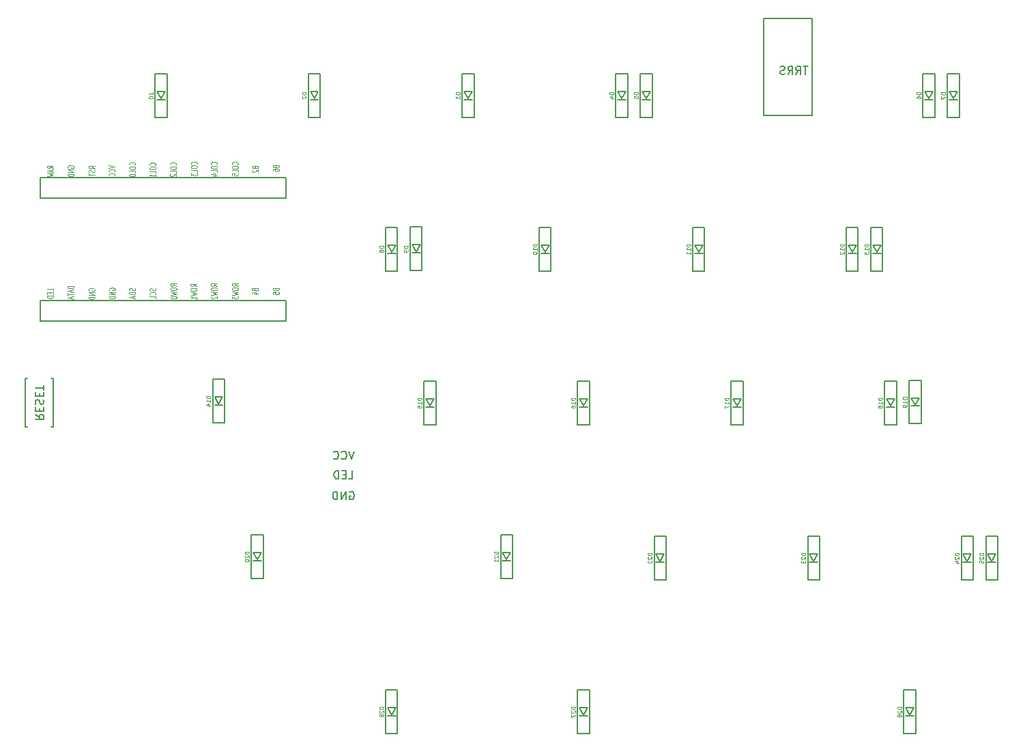
<source format=gbo>
G04 #@! TF.GenerationSoftware,KiCad,Pcbnew,(5.1.5-0-10_14)*
G04 #@! TF.CreationDate,2020-07-25T11:58:14+09:00*
G04 #@! TF.ProjectId,iroha60-left,69726f68-6136-4302-9d6c-6566742e6b69,rev?*
G04 #@! TF.SameCoordinates,Original*
G04 #@! TF.FileFunction,Legend,Bot*
G04 #@! TF.FilePolarity,Positive*
%FSLAX46Y46*%
G04 Gerber Fmt 4.6, Leading zero omitted, Abs format (unit mm)*
G04 Created by KiCad (PCBNEW (5.1.5-0-10_14)) date 2020-07-25 11:58:14*
%MOMM*%
%LPD*%
G04 APERTURE LIST*
%ADD10C,0.150000*%
%ADD11C,0.125000*%
G04 APERTURE END LIST*
D10*
X37960000Y-25240000D02*
X36460000Y-25240000D01*
X37960000Y-30640000D02*
X37960000Y-25240000D01*
X36460000Y-30640000D02*
X37960000Y-30640000D01*
X36460000Y-25240000D02*
X36460000Y-30640000D01*
X36710000Y-28440000D02*
X37710000Y-28440000D01*
X37710000Y-27440000D02*
X37210000Y-28340000D01*
X36710000Y-27440000D02*
X37710000Y-27440000D01*
X37210000Y-28340000D02*
X36710000Y-27440000D01*
X56960000Y-25240000D02*
X55460000Y-25240000D01*
X56960000Y-30640000D02*
X56960000Y-25240000D01*
X55460000Y-30640000D02*
X56960000Y-30640000D01*
X55460000Y-25240000D02*
X55460000Y-30640000D01*
X55710000Y-28440000D02*
X56710000Y-28440000D01*
X56710000Y-27440000D02*
X56210000Y-28340000D01*
X55710000Y-27440000D02*
X56710000Y-27440000D01*
X56210000Y-28340000D02*
X55710000Y-27440000D01*
X76060000Y-25240000D02*
X74560000Y-25240000D01*
X76060000Y-30640000D02*
X76060000Y-25240000D01*
X74560000Y-30640000D02*
X76060000Y-30640000D01*
X74560000Y-25240000D02*
X74560000Y-30640000D01*
X74810000Y-28440000D02*
X75810000Y-28440000D01*
X75810000Y-27440000D02*
X75310000Y-28340000D01*
X74810000Y-27440000D02*
X75810000Y-27440000D01*
X75310000Y-28340000D02*
X74810000Y-27440000D01*
X95110000Y-25240000D02*
X93610000Y-25240000D01*
X95110000Y-30640000D02*
X95110000Y-25240000D01*
X93610000Y-30640000D02*
X95110000Y-30640000D01*
X93610000Y-25240000D02*
X93610000Y-30640000D01*
X93860000Y-28440000D02*
X94860000Y-28440000D01*
X94860000Y-27440000D02*
X94360000Y-28340000D01*
X93860000Y-27440000D02*
X94860000Y-27440000D01*
X94360000Y-28340000D02*
X93860000Y-27440000D01*
X98160000Y-25240000D02*
X96660000Y-25240000D01*
X98160000Y-30640000D02*
X98160000Y-25240000D01*
X96660000Y-30640000D02*
X98160000Y-30640000D01*
X96660000Y-25240000D02*
X96660000Y-30640000D01*
X96910000Y-28440000D02*
X97910000Y-28440000D01*
X97910000Y-27440000D02*
X97410000Y-28340000D01*
X96910000Y-27440000D02*
X97910000Y-27440000D01*
X97410000Y-28340000D02*
X96910000Y-27440000D01*
X133210000Y-25240000D02*
X131710000Y-25240000D01*
X133210000Y-30640000D02*
X133210000Y-25240000D01*
X131710000Y-30640000D02*
X133210000Y-30640000D01*
X131710000Y-25240000D02*
X131710000Y-30640000D01*
X131960000Y-28440000D02*
X132960000Y-28440000D01*
X132960000Y-27440000D02*
X132460000Y-28340000D01*
X131960000Y-27440000D02*
X132960000Y-27440000D01*
X132460000Y-28340000D02*
X131960000Y-27440000D01*
X136260000Y-25240000D02*
X134760000Y-25240000D01*
X136260000Y-30640000D02*
X136260000Y-25240000D01*
X134760000Y-30640000D02*
X136260000Y-30640000D01*
X134760000Y-25240000D02*
X134760000Y-30640000D01*
X135010000Y-28440000D02*
X136010000Y-28440000D01*
X136010000Y-27440000D02*
X135510000Y-28340000D01*
X135010000Y-27440000D02*
X136010000Y-27440000D01*
X135510000Y-28340000D02*
X135010000Y-27440000D01*
X65785000Y-47390000D02*
X65285000Y-46490000D01*
X65285000Y-46490000D02*
X66285000Y-46490000D01*
X66285000Y-46490000D02*
X65785000Y-47390000D01*
X65285000Y-47490000D02*
X66285000Y-47490000D01*
X65035000Y-44290000D02*
X65035000Y-49690000D01*
X65035000Y-49690000D02*
X66535000Y-49690000D01*
X66535000Y-49690000D02*
X66535000Y-44290000D01*
X66535000Y-44290000D02*
X65035000Y-44290000D01*
X68835000Y-47340000D02*
X68335000Y-46440000D01*
X68335000Y-46440000D02*
X69335000Y-46440000D01*
X69335000Y-46440000D02*
X68835000Y-47340000D01*
X68335000Y-47440000D02*
X69335000Y-47440000D01*
X68085000Y-44240000D02*
X68085000Y-49640000D01*
X68085000Y-49640000D02*
X69585000Y-49640000D01*
X69585000Y-49640000D02*
X69585000Y-44240000D01*
X69585000Y-44240000D02*
X68085000Y-44240000D01*
X84835000Y-47390000D02*
X84335000Y-46490000D01*
X84335000Y-46490000D02*
X85335000Y-46490000D01*
X85335000Y-46490000D02*
X84835000Y-47390000D01*
X84335000Y-47490000D02*
X85335000Y-47490000D01*
X84085000Y-44290000D02*
X84085000Y-49690000D01*
X84085000Y-49690000D02*
X85585000Y-49690000D01*
X85585000Y-49690000D02*
X85585000Y-44290000D01*
X85585000Y-44290000D02*
X84085000Y-44290000D01*
X103885000Y-47390000D02*
X103385000Y-46490000D01*
X103385000Y-46490000D02*
X104385000Y-46490000D01*
X104385000Y-46490000D02*
X103885000Y-47390000D01*
X103385000Y-47490000D02*
X104385000Y-47490000D01*
X103135000Y-44290000D02*
X103135000Y-49690000D01*
X103135000Y-49690000D02*
X104635000Y-49690000D01*
X104635000Y-49690000D02*
X104635000Y-44290000D01*
X104635000Y-44290000D02*
X103135000Y-44290000D01*
X122935000Y-47390000D02*
X122435000Y-46490000D01*
X122435000Y-46490000D02*
X123435000Y-46490000D01*
X123435000Y-46490000D02*
X122935000Y-47390000D01*
X122435000Y-47490000D02*
X123435000Y-47490000D01*
X122185000Y-44290000D02*
X122185000Y-49690000D01*
X122185000Y-49690000D02*
X123685000Y-49690000D01*
X123685000Y-49690000D02*
X123685000Y-44290000D01*
X123685000Y-44290000D02*
X122185000Y-44290000D01*
X125985000Y-47390000D02*
X125485000Y-46490000D01*
X125485000Y-46490000D02*
X126485000Y-46490000D01*
X126485000Y-46490000D02*
X125985000Y-47390000D01*
X125485000Y-47490000D02*
X126485000Y-47490000D01*
X125235000Y-44290000D02*
X125235000Y-49690000D01*
X125235000Y-49690000D02*
X126735000Y-49690000D01*
X126735000Y-49690000D02*
X126735000Y-44290000D01*
X126735000Y-44290000D02*
X125235000Y-44290000D01*
X45103750Y-63115000D02*
X43603750Y-63115000D01*
X45103750Y-68515000D02*
X45103750Y-63115000D01*
X43603750Y-68515000D02*
X45103750Y-68515000D01*
X43603750Y-63115000D02*
X43603750Y-68515000D01*
X43853750Y-66315000D02*
X44853750Y-66315000D01*
X44853750Y-65315000D02*
X44353750Y-66215000D01*
X43853750Y-65315000D02*
X44853750Y-65315000D01*
X44353750Y-66215000D02*
X43853750Y-65315000D01*
X71297500Y-63340000D02*
X69797500Y-63340000D01*
X71297500Y-68740000D02*
X71297500Y-63340000D01*
X69797500Y-68740000D02*
X71297500Y-68740000D01*
X69797500Y-63340000D02*
X69797500Y-68740000D01*
X70047500Y-66540000D02*
X71047500Y-66540000D01*
X71047500Y-65540000D02*
X70547500Y-66440000D01*
X70047500Y-65540000D02*
X71047500Y-65540000D01*
X70547500Y-66440000D02*
X70047500Y-65540000D01*
X89597500Y-66440000D02*
X89097500Y-65540000D01*
X89097500Y-65540000D02*
X90097500Y-65540000D01*
X90097500Y-65540000D02*
X89597500Y-66440000D01*
X89097500Y-66540000D02*
X90097500Y-66540000D01*
X88847500Y-63340000D02*
X88847500Y-68740000D01*
X88847500Y-68740000D02*
X90347500Y-68740000D01*
X90347500Y-68740000D02*
X90347500Y-63340000D01*
X90347500Y-63340000D02*
X88847500Y-63340000D01*
X109397500Y-63340000D02*
X107897500Y-63340000D01*
X109397500Y-68740000D02*
X109397500Y-63340000D01*
X107897500Y-68740000D02*
X109397500Y-68740000D01*
X107897500Y-63340000D02*
X107897500Y-68740000D01*
X108147500Y-66540000D02*
X109147500Y-66540000D01*
X109147500Y-65540000D02*
X108647500Y-66440000D01*
X108147500Y-65540000D02*
X109147500Y-65540000D01*
X108647500Y-66440000D02*
X108147500Y-65540000D01*
X128447500Y-63340000D02*
X126947500Y-63340000D01*
X128447500Y-68740000D02*
X128447500Y-63340000D01*
X126947500Y-68740000D02*
X128447500Y-68740000D01*
X126947500Y-63340000D02*
X126947500Y-68740000D01*
X127197500Y-66540000D02*
X128197500Y-66540000D01*
X128197500Y-65540000D02*
X127697500Y-66440000D01*
X127197500Y-65540000D02*
X128197500Y-65540000D01*
X127697500Y-66440000D02*
X127197500Y-65540000D01*
X131497500Y-63240000D02*
X129997500Y-63240000D01*
X131497500Y-68640000D02*
X131497500Y-63240000D01*
X129997500Y-68640000D02*
X131497500Y-68640000D01*
X129997500Y-63240000D02*
X129997500Y-68640000D01*
X130247500Y-66440000D02*
X131247500Y-66440000D01*
X131247500Y-65440000D02*
X130747500Y-66340000D01*
X130247500Y-65440000D02*
X131247500Y-65440000D01*
X130747500Y-66340000D02*
X130247500Y-65440000D01*
X49866250Y-82390000D02*
X48366250Y-82390000D01*
X49866250Y-87790000D02*
X49866250Y-82390000D01*
X48366250Y-87790000D02*
X49866250Y-87790000D01*
X48366250Y-82390000D02*
X48366250Y-87790000D01*
X48616250Y-85590000D02*
X49616250Y-85590000D01*
X49616250Y-84590000D02*
X49116250Y-85490000D01*
X48616250Y-84590000D02*
X49616250Y-84590000D01*
X49116250Y-85490000D02*
X48616250Y-84590000D01*
X80822500Y-82390000D02*
X79322500Y-82390000D01*
X80822500Y-87790000D02*
X80822500Y-82390000D01*
X79322500Y-87790000D02*
X80822500Y-87790000D01*
X79322500Y-82390000D02*
X79322500Y-87790000D01*
X79572500Y-85590000D02*
X80572500Y-85590000D01*
X80572500Y-84590000D02*
X80072500Y-85490000D01*
X79572500Y-84590000D02*
X80572500Y-84590000D01*
X80072500Y-85490000D02*
X79572500Y-84590000D01*
X99122500Y-85680000D02*
X98622500Y-84780000D01*
X98622500Y-84780000D02*
X99622500Y-84780000D01*
X99622500Y-84780000D02*
X99122500Y-85680000D01*
X98622500Y-85780000D02*
X99622500Y-85780000D01*
X98372500Y-82580000D02*
X98372500Y-87980000D01*
X98372500Y-87980000D02*
X99872500Y-87980000D01*
X99872500Y-87980000D02*
X99872500Y-82580000D01*
X99872500Y-82580000D02*
X98372500Y-82580000D01*
X118172500Y-85680000D02*
X117672500Y-84780000D01*
X117672500Y-84780000D02*
X118672500Y-84780000D01*
X118672500Y-84780000D02*
X118172500Y-85680000D01*
X117672500Y-85780000D02*
X118672500Y-85780000D01*
X117422500Y-82580000D02*
X117422500Y-87980000D01*
X117422500Y-87980000D02*
X118922500Y-87980000D01*
X118922500Y-87980000D02*
X118922500Y-82580000D01*
X118922500Y-82580000D02*
X117422500Y-82580000D01*
X137222500Y-85680000D02*
X136722500Y-84780000D01*
X136722500Y-84780000D02*
X137722500Y-84780000D01*
X137722500Y-84780000D02*
X137222500Y-85680000D01*
X136722500Y-85780000D02*
X137722500Y-85780000D01*
X136472500Y-82580000D02*
X136472500Y-87980000D01*
X136472500Y-87980000D02*
X137972500Y-87980000D01*
X137972500Y-87980000D02*
X137972500Y-82580000D01*
X137972500Y-82580000D02*
X136472500Y-82580000D01*
X140272500Y-85680000D02*
X139772500Y-84780000D01*
X139772500Y-84780000D02*
X140772500Y-84780000D01*
X140772500Y-84780000D02*
X140272500Y-85680000D01*
X139772500Y-85780000D02*
X140772500Y-85780000D01*
X139522500Y-82580000D02*
X139522500Y-87980000D01*
X139522500Y-87980000D02*
X141022500Y-87980000D01*
X141022500Y-87980000D02*
X141022500Y-82580000D01*
X141022500Y-82580000D02*
X139522500Y-82580000D01*
X65785000Y-104730000D02*
X65285000Y-103830000D01*
X65285000Y-103830000D02*
X66285000Y-103830000D01*
X66285000Y-103830000D02*
X65785000Y-104730000D01*
X65285000Y-104830000D02*
X66285000Y-104830000D01*
X65035000Y-101630000D02*
X65035000Y-107030000D01*
X65035000Y-107030000D02*
X66535000Y-107030000D01*
X66535000Y-107030000D02*
X66535000Y-101630000D01*
X66535000Y-101630000D02*
X65035000Y-101630000D01*
X89597500Y-104730000D02*
X89097500Y-103830000D01*
X89097500Y-103830000D02*
X90097500Y-103830000D01*
X90097500Y-103830000D02*
X89597500Y-104730000D01*
X89097500Y-104830000D02*
X90097500Y-104830000D01*
X88847500Y-101630000D02*
X88847500Y-107030000D01*
X88847500Y-107030000D02*
X90347500Y-107030000D01*
X90347500Y-107030000D02*
X90347500Y-101630000D01*
X90347500Y-101630000D02*
X88847500Y-101630000D01*
X130078750Y-104730000D02*
X129578750Y-103830000D01*
X129578750Y-103830000D02*
X130578750Y-103830000D01*
X130578750Y-103830000D02*
X130078750Y-104730000D01*
X129578750Y-104830000D02*
X130578750Y-104830000D01*
X129328750Y-101630000D02*
X129328750Y-107030000D01*
X129328750Y-107030000D02*
X130828750Y-107030000D01*
X130828750Y-107030000D02*
X130828750Y-101630000D01*
X130828750Y-101630000D02*
X129328750Y-101630000D01*
X117935000Y-30415000D02*
X117935000Y-18415000D01*
X111935000Y-30415000D02*
X117935000Y-30415000D01*
X111935000Y-18415000D02*
X111935000Y-30415000D01*
X117935000Y-18415000D02*
X111935000Y-18415000D01*
X20316250Y-69040000D02*
X20316250Y-63040000D01*
X20316250Y-63040000D02*
X20566250Y-63040000D01*
X20316250Y-69040000D02*
X20566250Y-69040000D01*
X23816250Y-69040000D02*
X23566250Y-69040000D01*
X23816250Y-69040000D02*
X23816250Y-63040000D01*
X23816250Y-63040000D02*
X23566250Y-63040000D01*
X52704500Y-53376400D02*
X22224500Y-53376400D01*
X52704500Y-55916400D02*
X52704500Y-53376400D01*
X22224500Y-55916400D02*
X52704500Y-55916400D01*
X22224500Y-53376400D02*
X22224500Y-55916400D01*
X52704500Y-38156400D02*
X22224500Y-38156400D01*
X52704500Y-40696400D02*
X52704500Y-38156400D01*
X22224500Y-40696400D02*
X52704500Y-40696400D01*
X22224500Y-38156400D02*
X22224500Y-40696400D01*
D11*
X36186190Y-28309047D02*
X35686190Y-28309047D01*
X35686190Y-28190000D01*
X35710000Y-28118571D01*
X35757619Y-28070952D01*
X35805238Y-28047142D01*
X35900476Y-28023333D01*
X35971904Y-28023333D01*
X36067142Y-28047142D01*
X36114761Y-28070952D01*
X36162380Y-28118571D01*
X36186190Y-28190000D01*
X36186190Y-28309047D01*
X36186190Y-27547142D02*
X36186190Y-27832857D01*
X36186190Y-27690000D02*
X35686190Y-27690000D01*
X35757619Y-27737619D01*
X35805238Y-27785238D01*
X35829047Y-27832857D01*
X55186190Y-27570952D02*
X54686190Y-27570952D01*
X54686190Y-27690000D01*
X54710000Y-27761428D01*
X54757619Y-27809047D01*
X54805238Y-27832857D01*
X54900476Y-27856666D01*
X54971904Y-27856666D01*
X55067142Y-27832857D01*
X55114761Y-27809047D01*
X55162380Y-27761428D01*
X55186190Y-27690000D01*
X55186190Y-27570952D01*
X54733809Y-28047142D02*
X54710000Y-28070952D01*
X54686190Y-28118571D01*
X54686190Y-28237619D01*
X54710000Y-28285238D01*
X54733809Y-28309047D01*
X54781428Y-28332857D01*
X54829047Y-28332857D01*
X54900476Y-28309047D01*
X55186190Y-28023333D01*
X55186190Y-28332857D01*
X74286190Y-27570952D02*
X73786190Y-27570952D01*
X73786190Y-27690000D01*
X73810000Y-27761428D01*
X73857619Y-27809047D01*
X73905238Y-27832857D01*
X74000476Y-27856666D01*
X74071904Y-27856666D01*
X74167142Y-27832857D01*
X74214761Y-27809047D01*
X74262380Y-27761428D01*
X74286190Y-27690000D01*
X74286190Y-27570952D01*
X73786190Y-28023333D02*
X73786190Y-28332857D01*
X73976666Y-28166190D01*
X73976666Y-28237619D01*
X74000476Y-28285238D01*
X74024285Y-28309047D01*
X74071904Y-28332857D01*
X74190952Y-28332857D01*
X74238571Y-28309047D01*
X74262380Y-28285238D01*
X74286190Y-28237619D01*
X74286190Y-28094761D01*
X74262380Y-28047142D01*
X74238571Y-28023333D01*
X93336190Y-27570952D02*
X92836190Y-27570952D01*
X92836190Y-27690000D01*
X92860000Y-27761428D01*
X92907619Y-27809047D01*
X92955238Y-27832857D01*
X93050476Y-27856666D01*
X93121904Y-27856666D01*
X93217142Y-27832857D01*
X93264761Y-27809047D01*
X93312380Y-27761428D01*
X93336190Y-27690000D01*
X93336190Y-27570952D01*
X93002857Y-28285238D02*
X93336190Y-28285238D01*
X92812380Y-28166190D02*
X93169523Y-28047142D01*
X93169523Y-28356666D01*
X96386190Y-27570952D02*
X95886190Y-27570952D01*
X95886190Y-27690000D01*
X95910000Y-27761428D01*
X95957619Y-27809047D01*
X96005238Y-27832857D01*
X96100476Y-27856666D01*
X96171904Y-27856666D01*
X96267142Y-27832857D01*
X96314761Y-27809047D01*
X96362380Y-27761428D01*
X96386190Y-27690000D01*
X96386190Y-27570952D01*
X95886190Y-28309047D02*
X95886190Y-28070952D01*
X96124285Y-28047142D01*
X96100476Y-28070952D01*
X96076666Y-28118571D01*
X96076666Y-28237619D01*
X96100476Y-28285238D01*
X96124285Y-28309047D01*
X96171904Y-28332857D01*
X96290952Y-28332857D01*
X96338571Y-28309047D01*
X96362380Y-28285238D01*
X96386190Y-28237619D01*
X96386190Y-28118571D01*
X96362380Y-28070952D01*
X96338571Y-28047142D01*
X131436190Y-27570952D02*
X130936190Y-27570952D01*
X130936190Y-27690000D01*
X130960000Y-27761428D01*
X131007619Y-27809047D01*
X131055238Y-27832857D01*
X131150476Y-27856666D01*
X131221904Y-27856666D01*
X131317142Y-27832857D01*
X131364761Y-27809047D01*
X131412380Y-27761428D01*
X131436190Y-27690000D01*
X131436190Y-27570952D01*
X130936190Y-28285238D02*
X130936190Y-28190000D01*
X130960000Y-28142380D01*
X130983809Y-28118571D01*
X131055238Y-28070952D01*
X131150476Y-28047142D01*
X131340952Y-28047142D01*
X131388571Y-28070952D01*
X131412380Y-28094761D01*
X131436190Y-28142380D01*
X131436190Y-28237619D01*
X131412380Y-28285238D01*
X131388571Y-28309047D01*
X131340952Y-28332857D01*
X131221904Y-28332857D01*
X131174285Y-28309047D01*
X131150476Y-28285238D01*
X131126666Y-28237619D01*
X131126666Y-28142380D01*
X131150476Y-28094761D01*
X131174285Y-28070952D01*
X131221904Y-28047142D01*
X134486190Y-27570952D02*
X133986190Y-27570952D01*
X133986190Y-27690000D01*
X134010000Y-27761428D01*
X134057619Y-27809047D01*
X134105238Y-27832857D01*
X134200476Y-27856666D01*
X134271904Y-27856666D01*
X134367142Y-27832857D01*
X134414761Y-27809047D01*
X134462380Y-27761428D01*
X134486190Y-27690000D01*
X134486190Y-27570952D01*
X133986190Y-28023333D02*
X133986190Y-28356666D01*
X134486190Y-28142380D01*
X64761190Y-46620952D02*
X64261190Y-46620952D01*
X64261190Y-46740000D01*
X64285000Y-46811428D01*
X64332619Y-46859047D01*
X64380238Y-46882857D01*
X64475476Y-46906666D01*
X64546904Y-46906666D01*
X64642142Y-46882857D01*
X64689761Y-46859047D01*
X64737380Y-46811428D01*
X64761190Y-46740000D01*
X64761190Y-46620952D01*
X64475476Y-47192380D02*
X64451666Y-47144761D01*
X64427857Y-47120952D01*
X64380238Y-47097142D01*
X64356428Y-47097142D01*
X64308809Y-47120952D01*
X64285000Y-47144761D01*
X64261190Y-47192380D01*
X64261190Y-47287619D01*
X64285000Y-47335238D01*
X64308809Y-47359047D01*
X64356428Y-47382857D01*
X64380238Y-47382857D01*
X64427857Y-47359047D01*
X64451666Y-47335238D01*
X64475476Y-47287619D01*
X64475476Y-47192380D01*
X64499285Y-47144761D01*
X64523095Y-47120952D01*
X64570714Y-47097142D01*
X64665952Y-47097142D01*
X64713571Y-47120952D01*
X64737380Y-47144761D01*
X64761190Y-47192380D01*
X64761190Y-47287619D01*
X64737380Y-47335238D01*
X64713571Y-47359047D01*
X64665952Y-47382857D01*
X64570714Y-47382857D01*
X64523095Y-47359047D01*
X64499285Y-47335238D01*
X64475476Y-47287619D01*
X67811190Y-46570952D02*
X67311190Y-46570952D01*
X67311190Y-46690000D01*
X67335000Y-46761428D01*
X67382619Y-46809047D01*
X67430238Y-46832857D01*
X67525476Y-46856666D01*
X67596904Y-46856666D01*
X67692142Y-46832857D01*
X67739761Y-46809047D01*
X67787380Y-46761428D01*
X67811190Y-46690000D01*
X67811190Y-46570952D01*
X67811190Y-47094761D02*
X67811190Y-47190000D01*
X67787380Y-47237619D01*
X67763571Y-47261428D01*
X67692142Y-47309047D01*
X67596904Y-47332857D01*
X67406428Y-47332857D01*
X67358809Y-47309047D01*
X67335000Y-47285238D01*
X67311190Y-47237619D01*
X67311190Y-47142380D01*
X67335000Y-47094761D01*
X67358809Y-47070952D01*
X67406428Y-47047142D01*
X67525476Y-47047142D01*
X67573095Y-47070952D01*
X67596904Y-47094761D01*
X67620714Y-47142380D01*
X67620714Y-47237619D01*
X67596904Y-47285238D01*
X67573095Y-47309047D01*
X67525476Y-47332857D01*
X83811190Y-46382857D02*
X83311190Y-46382857D01*
X83311190Y-46501904D01*
X83335000Y-46573333D01*
X83382619Y-46620952D01*
X83430238Y-46644761D01*
X83525476Y-46668571D01*
X83596904Y-46668571D01*
X83692142Y-46644761D01*
X83739761Y-46620952D01*
X83787380Y-46573333D01*
X83811190Y-46501904D01*
X83811190Y-46382857D01*
X83811190Y-47144761D02*
X83811190Y-46859047D01*
X83811190Y-47001904D02*
X83311190Y-47001904D01*
X83382619Y-46954285D01*
X83430238Y-46906666D01*
X83454047Y-46859047D01*
X83311190Y-47454285D02*
X83311190Y-47501904D01*
X83335000Y-47549523D01*
X83358809Y-47573333D01*
X83406428Y-47597142D01*
X83501666Y-47620952D01*
X83620714Y-47620952D01*
X83715952Y-47597142D01*
X83763571Y-47573333D01*
X83787380Y-47549523D01*
X83811190Y-47501904D01*
X83811190Y-47454285D01*
X83787380Y-47406666D01*
X83763571Y-47382857D01*
X83715952Y-47359047D01*
X83620714Y-47335238D01*
X83501666Y-47335238D01*
X83406428Y-47359047D01*
X83358809Y-47382857D01*
X83335000Y-47406666D01*
X83311190Y-47454285D01*
X102861190Y-46382857D02*
X102361190Y-46382857D01*
X102361190Y-46501904D01*
X102385000Y-46573333D01*
X102432619Y-46620952D01*
X102480238Y-46644761D01*
X102575476Y-46668571D01*
X102646904Y-46668571D01*
X102742142Y-46644761D01*
X102789761Y-46620952D01*
X102837380Y-46573333D01*
X102861190Y-46501904D01*
X102861190Y-46382857D01*
X102861190Y-47144761D02*
X102861190Y-46859047D01*
X102861190Y-47001904D02*
X102361190Y-47001904D01*
X102432619Y-46954285D01*
X102480238Y-46906666D01*
X102504047Y-46859047D01*
X102861190Y-47620952D02*
X102861190Y-47335238D01*
X102861190Y-47478095D02*
X102361190Y-47478095D01*
X102432619Y-47430476D01*
X102480238Y-47382857D01*
X102504047Y-47335238D01*
X121911190Y-46382857D02*
X121411190Y-46382857D01*
X121411190Y-46501904D01*
X121435000Y-46573333D01*
X121482619Y-46620952D01*
X121530238Y-46644761D01*
X121625476Y-46668571D01*
X121696904Y-46668571D01*
X121792142Y-46644761D01*
X121839761Y-46620952D01*
X121887380Y-46573333D01*
X121911190Y-46501904D01*
X121911190Y-46382857D01*
X121911190Y-47144761D02*
X121911190Y-46859047D01*
X121911190Y-47001904D02*
X121411190Y-47001904D01*
X121482619Y-46954285D01*
X121530238Y-46906666D01*
X121554047Y-46859047D01*
X121458809Y-47335238D02*
X121435000Y-47359047D01*
X121411190Y-47406666D01*
X121411190Y-47525714D01*
X121435000Y-47573333D01*
X121458809Y-47597142D01*
X121506428Y-47620952D01*
X121554047Y-47620952D01*
X121625476Y-47597142D01*
X121911190Y-47311428D01*
X121911190Y-47620952D01*
X124961190Y-46382857D02*
X124461190Y-46382857D01*
X124461190Y-46501904D01*
X124485000Y-46573333D01*
X124532619Y-46620952D01*
X124580238Y-46644761D01*
X124675476Y-46668571D01*
X124746904Y-46668571D01*
X124842142Y-46644761D01*
X124889761Y-46620952D01*
X124937380Y-46573333D01*
X124961190Y-46501904D01*
X124961190Y-46382857D01*
X124961190Y-47144761D02*
X124961190Y-46859047D01*
X124961190Y-47001904D02*
X124461190Y-47001904D01*
X124532619Y-46954285D01*
X124580238Y-46906666D01*
X124604047Y-46859047D01*
X124461190Y-47311428D02*
X124461190Y-47620952D01*
X124651666Y-47454285D01*
X124651666Y-47525714D01*
X124675476Y-47573333D01*
X124699285Y-47597142D01*
X124746904Y-47620952D01*
X124865952Y-47620952D01*
X124913571Y-47597142D01*
X124937380Y-47573333D01*
X124961190Y-47525714D01*
X124961190Y-47382857D01*
X124937380Y-47335238D01*
X124913571Y-47311428D01*
X43329940Y-65207857D02*
X42829940Y-65207857D01*
X42829940Y-65326904D01*
X42853750Y-65398333D01*
X42901369Y-65445952D01*
X42948988Y-65469761D01*
X43044226Y-65493571D01*
X43115654Y-65493571D01*
X43210892Y-65469761D01*
X43258511Y-65445952D01*
X43306130Y-65398333D01*
X43329940Y-65326904D01*
X43329940Y-65207857D01*
X43329940Y-65969761D02*
X43329940Y-65684047D01*
X43329940Y-65826904D02*
X42829940Y-65826904D01*
X42901369Y-65779285D01*
X42948988Y-65731666D01*
X42972797Y-65684047D01*
X42996607Y-66398333D02*
X43329940Y-66398333D01*
X42806130Y-66279285D02*
X43163273Y-66160238D01*
X43163273Y-66469761D01*
X69523690Y-65432857D02*
X69023690Y-65432857D01*
X69023690Y-65551904D01*
X69047500Y-65623333D01*
X69095119Y-65670952D01*
X69142738Y-65694761D01*
X69237976Y-65718571D01*
X69309404Y-65718571D01*
X69404642Y-65694761D01*
X69452261Y-65670952D01*
X69499880Y-65623333D01*
X69523690Y-65551904D01*
X69523690Y-65432857D01*
X69523690Y-66194761D02*
X69523690Y-65909047D01*
X69523690Y-66051904D02*
X69023690Y-66051904D01*
X69095119Y-66004285D01*
X69142738Y-65956666D01*
X69166547Y-65909047D01*
X69023690Y-66647142D02*
X69023690Y-66409047D01*
X69261785Y-66385238D01*
X69237976Y-66409047D01*
X69214166Y-66456666D01*
X69214166Y-66575714D01*
X69237976Y-66623333D01*
X69261785Y-66647142D01*
X69309404Y-66670952D01*
X69428452Y-66670952D01*
X69476071Y-66647142D01*
X69499880Y-66623333D01*
X69523690Y-66575714D01*
X69523690Y-66456666D01*
X69499880Y-66409047D01*
X69476071Y-66385238D01*
X88573690Y-65432857D02*
X88073690Y-65432857D01*
X88073690Y-65551904D01*
X88097500Y-65623333D01*
X88145119Y-65670952D01*
X88192738Y-65694761D01*
X88287976Y-65718571D01*
X88359404Y-65718571D01*
X88454642Y-65694761D01*
X88502261Y-65670952D01*
X88549880Y-65623333D01*
X88573690Y-65551904D01*
X88573690Y-65432857D01*
X88573690Y-66194761D02*
X88573690Y-65909047D01*
X88573690Y-66051904D02*
X88073690Y-66051904D01*
X88145119Y-66004285D01*
X88192738Y-65956666D01*
X88216547Y-65909047D01*
X88073690Y-66623333D02*
X88073690Y-66528095D01*
X88097500Y-66480476D01*
X88121309Y-66456666D01*
X88192738Y-66409047D01*
X88287976Y-66385238D01*
X88478452Y-66385238D01*
X88526071Y-66409047D01*
X88549880Y-66432857D01*
X88573690Y-66480476D01*
X88573690Y-66575714D01*
X88549880Y-66623333D01*
X88526071Y-66647142D01*
X88478452Y-66670952D01*
X88359404Y-66670952D01*
X88311785Y-66647142D01*
X88287976Y-66623333D01*
X88264166Y-66575714D01*
X88264166Y-66480476D01*
X88287976Y-66432857D01*
X88311785Y-66409047D01*
X88359404Y-66385238D01*
X107623690Y-65432857D02*
X107123690Y-65432857D01*
X107123690Y-65551904D01*
X107147500Y-65623333D01*
X107195119Y-65670952D01*
X107242738Y-65694761D01*
X107337976Y-65718571D01*
X107409404Y-65718571D01*
X107504642Y-65694761D01*
X107552261Y-65670952D01*
X107599880Y-65623333D01*
X107623690Y-65551904D01*
X107623690Y-65432857D01*
X107623690Y-66194761D02*
X107623690Y-65909047D01*
X107623690Y-66051904D02*
X107123690Y-66051904D01*
X107195119Y-66004285D01*
X107242738Y-65956666D01*
X107266547Y-65909047D01*
X107123690Y-66361428D02*
X107123690Y-66694761D01*
X107623690Y-66480476D01*
X126673690Y-65432857D02*
X126173690Y-65432857D01*
X126173690Y-65551904D01*
X126197500Y-65623333D01*
X126245119Y-65670952D01*
X126292738Y-65694761D01*
X126387976Y-65718571D01*
X126459404Y-65718571D01*
X126554642Y-65694761D01*
X126602261Y-65670952D01*
X126649880Y-65623333D01*
X126673690Y-65551904D01*
X126673690Y-65432857D01*
X126673690Y-66194761D02*
X126673690Y-65909047D01*
X126673690Y-66051904D02*
X126173690Y-66051904D01*
X126245119Y-66004285D01*
X126292738Y-65956666D01*
X126316547Y-65909047D01*
X126387976Y-66480476D02*
X126364166Y-66432857D01*
X126340357Y-66409047D01*
X126292738Y-66385238D01*
X126268928Y-66385238D01*
X126221309Y-66409047D01*
X126197500Y-66432857D01*
X126173690Y-66480476D01*
X126173690Y-66575714D01*
X126197500Y-66623333D01*
X126221309Y-66647142D01*
X126268928Y-66670952D01*
X126292738Y-66670952D01*
X126340357Y-66647142D01*
X126364166Y-66623333D01*
X126387976Y-66575714D01*
X126387976Y-66480476D01*
X126411785Y-66432857D01*
X126435595Y-66409047D01*
X126483214Y-66385238D01*
X126578452Y-66385238D01*
X126626071Y-66409047D01*
X126649880Y-66432857D01*
X126673690Y-66480476D01*
X126673690Y-66575714D01*
X126649880Y-66623333D01*
X126626071Y-66647142D01*
X126578452Y-66670952D01*
X126483214Y-66670952D01*
X126435595Y-66647142D01*
X126411785Y-66623333D01*
X126387976Y-66575714D01*
X129723690Y-65332857D02*
X129223690Y-65332857D01*
X129223690Y-65451904D01*
X129247500Y-65523333D01*
X129295119Y-65570952D01*
X129342738Y-65594761D01*
X129437976Y-65618571D01*
X129509404Y-65618571D01*
X129604642Y-65594761D01*
X129652261Y-65570952D01*
X129699880Y-65523333D01*
X129723690Y-65451904D01*
X129723690Y-65332857D01*
X129723690Y-66094761D02*
X129723690Y-65809047D01*
X129723690Y-65951904D02*
X129223690Y-65951904D01*
X129295119Y-65904285D01*
X129342738Y-65856666D01*
X129366547Y-65809047D01*
X129723690Y-66332857D02*
X129723690Y-66428095D01*
X129699880Y-66475714D01*
X129676071Y-66499523D01*
X129604642Y-66547142D01*
X129509404Y-66570952D01*
X129318928Y-66570952D01*
X129271309Y-66547142D01*
X129247500Y-66523333D01*
X129223690Y-66475714D01*
X129223690Y-66380476D01*
X129247500Y-66332857D01*
X129271309Y-66309047D01*
X129318928Y-66285238D01*
X129437976Y-66285238D01*
X129485595Y-66309047D01*
X129509404Y-66332857D01*
X129533214Y-66380476D01*
X129533214Y-66475714D01*
X129509404Y-66523333D01*
X129485595Y-66547142D01*
X129437976Y-66570952D01*
X48092440Y-84482857D02*
X47592440Y-84482857D01*
X47592440Y-84601904D01*
X47616250Y-84673333D01*
X47663869Y-84720952D01*
X47711488Y-84744761D01*
X47806726Y-84768571D01*
X47878154Y-84768571D01*
X47973392Y-84744761D01*
X48021011Y-84720952D01*
X48068630Y-84673333D01*
X48092440Y-84601904D01*
X48092440Y-84482857D01*
X47640059Y-84959047D02*
X47616250Y-84982857D01*
X47592440Y-85030476D01*
X47592440Y-85149523D01*
X47616250Y-85197142D01*
X47640059Y-85220952D01*
X47687678Y-85244761D01*
X47735297Y-85244761D01*
X47806726Y-85220952D01*
X48092440Y-84935238D01*
X48092440Y-85244761D01*
X47592440Y-85554285D02*
X47592440Y-85601904D01*
X47616250Y-85649523D01*
X47640059Y-85673333D01*
X47687678Y-85697142D01*
X47782916Y-85720952D01*
X47901964Y-85720952D01*
X47997202Y-85697142D01*
X48044821Y-85673333D01*
X48068630Y-85649523D01*
X48092440Y-85601904D01*
X48092440Y-85554285D01*
X48068630Y-85506666D01*
X48044821Y-85482857D01*
X47997202Y-85459047D01*
X47901964Y-85435238D01*
X47782916Y-85435238D01*
X47687678Y-85459047D01*
X47640059Y-85482857D01*
X47616250Y-85506666D01*
X47592440Y-85554285D01*
X79048690Y-84482857D02*
X78548690Y-84482857D01*
X78548690Y-84601904D01*
X78572500Y-84673333D01*
X78620119Y-84720952D01*
X78667738Y-84744761D01*
X78762976Y-84768571D01*
X78834404Y-84768571D01*
X78929642Y-84744761D01*
X78977261Y-84720952D01*
X79024880Y-84673333D01*
X79048690Y-84601904D01*
X79048690Y-84482857D01*
X78596309Y-84959047D02*
X78572500Y-84982857D01*
X78548690Y-85030476D01*
X78548690Y-85149523D01*
X78572500Y-85197142D01*
X78596309Y-85220952D01*
X78643928Y-85244761D01*
X78691547Y-85244761D01*
X78762976Y-85220952D01*
X79048690Y-84935238D01*
X79048690Y-85244761D01*
X79048690Y-85720952D02*
X79048690Y-85435238D01*
X79048690Y-85578095D02*
X78548690Y-85578095D01*
X78620119Y-85530476D01*
X78667738Y-85482857D01*
X78691547Y-85435238D01*
X98098690Y-84672857D02*
X97598690Y-84672857D01*
X97598690Y-84791904D01*
X97622500Y-84863333D01*
X97670119Y-84910952D01*
X97717738Y-84934761D01*
X97812976Y-84958571D01*
X97884404Y-84958571D01*
X97979642Y-84934761D01*
X98027261Y-84910952D01*
X98074880Y-84863333D01*
X98098690Y-84791904D01*
X98098690Y-84672857D01*
X97646309Y-85149047D02*
X97622500Y-85172857D01*
X97598690Y-85220476D01*
X97598690Y-85339523D01*
X97622500Y-85387142D01*
X97646309Y-85410952D01*
X97693928Y-85434761D01*
X97741547Y-85434761D01*
X97812976Y-85410952D01*
X98098690Y-85125238D01*
X98098690Y-85434761D01*
X97646309Y-85625238D02*
X97622500Y-85649047D01*
X97598690Y-85696666D01*
X97598690Y-85815714D01*
X97622500Y-85863333D01*
X97646309Y-85887142D01*
X97693928Y-85910952D01*
X97741547Y-85910952D01*
X97812976Y-85887142D01*
X98098690Y-85601428D01*
X98098690Y-85910952D01*
X117148690Y-84672857D02*
X116648690Y-84672857D01*
X116648690Y-84791904D01*
X116672500Y-84863333D01*
X116720119Y-84910952D01*
X116767738Y-84934761D01*
X116862976Y-84958571D01*
X116934404Y-84958571D01*
X117029642Y-84934761D01*
X117077261Y-84910952D01*
X117124880Y-84863333D01*
X117148690Y-84791904D01*
X117148690Y-84672857D01*
X116696309Y-85149047D02*
X116672500Y-85172857D01*
X116648690Y-85220476D01*
X116648690Y-85339523D01*
X116672500Y-85387142D01*
X116696309Y-85410952D01*
X116743928Y-85434761D01*
X116791547Y-85434761D01*
X116862976Y-85410952D01*
X117148690Y-85125238D01*
X117148690Y-85434761D01*
X116648690Y-85601428D02*
X116648690Y-85910952D01*
X116839166Y-85744285D01*
X116839166Y-85815714D01*
X116862976Y-85863333D01*
X116886785Y-85887142D01*
X116934404Y-85910952D01*
X117053452Y-85910952D01*
X117101071Y-85887142D01*
X117124880Y-85863333D01*
X117148690Y-85815714D01*
X117148690Y-85672857D01*
X117124880Y-85625238D01*
X117101071Y-85601428D01*
X136198690Y-84672857D02*
X135698690Y-84672857D01*
X135698690Y-84791904D01*
X135722500Y-84863333D01*
X135770119Y-84910952D01*
X135817738Y-84934761D01*
X135912976Y-84958571D01*
X135984404Y-84958571D01*
X136079642Y-84934761D01*
X136127261Y-84910952D01*
X136174880Y-84863333D01*
X136198690Y-84791904D01*
X136198690Y-84672857D01*
X135746309Y-85149047D02*
X135722500Y-85172857D01*
X135698690Y-85220476D01*
X135698690Y-85339523D01*
X135722500Y-85387142D01*
X135746309Y-85410952D01*
X135793928Y-85434761D01*
X135841547Y-85434761D01*
X135912976Y-85410952D01*
X136198690Y-85125238D01*
X136198690Y-85434761D01*
X135865357Y-85863333D02*
X136198690Y-85863333D01*
X135674880Y-85744285D02*
X136032023Y-85625238D01*
X136032023Y-85934761D01*
X139248690Y-84672857D02*
X138748690Y-84672857D01*
X138748690Y-84791904D01*
X138772500Y-84863333D01*
X138820119Y-84910952D01*
X138867738Y-84934761D01*
X138962976Y-84958571D01*
X139034404Y-84958571D01*
X139129642Y-84934761D01*
X139177261Y-84910952D01*
X139224880Y-84863333D01*
X139248690Y-84791904D01*
X139248690Y-84672857D01*
X138796309Y-85149047D02*
X138772500Y-85172857D01*
X138748690Y-85220476D01*
X138748690Y-85339523D01*
X138772500Y-85387142D01*
X138796309Y-85410952D01*
X138843928Y-85434761D01*
X138891547Y-85434761D01*
X138962976Y-85410952D01*
X139248690Y-85125238D01*
X139248690Y-85434761D01*
X138748690Y-85887142D02*
X138748690Y-85649047D01*
X138986785Y-85625238D01*
X138962976Y-85649047D01*
X138939166Y-85696666D01*
X138939166Y-85815714D01*
X138962976Y-85863333D01*
X138986785Y-85887142D01*
X139034404Y-85910952D01*
X139153452Y-85910952D01*
X139201071Y-85887142D01*
X139224880Y-85863333D01*
X139248690Y-85815714D01*
X139248690Y-85696666D01*
X139224880Y-85649047D01*
X139201071Y-85625238D01*
X64761190Y-103722857D02*
X64261190Y-103722857D01*
X64261190Y-103841904D01*
X64285000Y-103913333D01*
X64332619Y-103960952D01*
X64380238Y-103984761D01*
X64475476Y-104008571D01*
X64546904Y-104008571D01*
X64642142Y-103984761D01*
X64689761Y-103960952D01*
X64737380Y-103913333D01*
X64761190Y-103841904D01*
X64761190Y-103722857D01*
X64308809Y-104199047D02*
X64285000Y-104222857D01*
X64261190Y-104270476D01*
X64261190Y-104389523D01*
X64285000Y-104437142D01*
X64308809Y-104460952D01*
X64356428Y-104484761D01*
X64404047Y-104484761D01*
X64475476Y-104460952D01*
X64761190Y-104175238D01*
X64761190Y-104484761D01*
X64261190Y-104913333D02*
X64261190Y-104818095D01*
X64285000Y-104770476D01*
X64308809Y-104746666D01*
X64380238Y-104699047D01*
X64475476Y-104675238D01*
X64665952Y-104675238D01*
X64713571Y-104699047D01*
X64737380Y-104722857D01*
X64761190Y-104770476D01*
X64761190Y-104865714D01*
X64737380Y-104913333D01*
X64713571Y-104937142D01*
X64665952Y-104960952D01*
X64546904Y-104960952D01*
X64499285Y-104937142D01*
X64475476Y-104913333D01*
X64451666Y-104865714D01*
X64451666Y-104770476D01*
X64475476Y-104722857D01*
X64499285Y-104699047D01*
X64546904Y-104675238D01*
X88573690Y-103722857D02*
X88073690Y-103722857D01*
X88073690Y-103841904D01*
X88097500Y-103913333D01*
X88145119Y-103960952D01*
X88192738Y-103984761D01*
X88287976Y-104008571D01*
X88359404Y-104008571D01*
X88454642Y-103984761D01*
X88502261Y-103960952D01*
X88549880Y-103913333D01*
X88573690Y-103841904D01*
X88573690Y-103722857D01*
X88121309Y-104199047D02*
X88097500Y-104222857D01*
X88073690Y-104270476D01*
X88073690Y-104389523D01*
X88097500Y-104437142D01*
X88121309Y-104460952D01*
X88168928Y-104484761D01*
X88216547Y-104484761D01*
X88287976Y-104460952D01*
X88573690Y-104175238D01*
X88573690Y-104484761D01*
X88073690Y-104651428D02*
X88073690Y-104984761D01*
X88573690Y-104770476D01*
X129054940Y-103722857D02*
X128554940Y-103722857D01*
X128554940Y-103841904D01*
X128578750Y-103913333D01*
X128626369Y-103960952D01*
X128673988Y-103984761D01*
X128769226Y-104008571D01*
X128840654Y-104008571D01*
X128935892Y-103984761D01*
X128983511Y-103960952D01*
X129031130Y-103913333D01*
X129054940Y-103841904D01*
X129054940Y-103722857D01*
X128602559Y-104199047D02*
X128578750Y-104222857D01*
X128554940Y-104270476D01*
X128554940Y-104389523D01*
X128578750Y-104437142D01*
X128602559Y-104460952D01*
X128650178Y-104484761D01*
X128697797Y-104484761D01*
X128769226Y-104460952D01*
X129054940Y-104175238D01*
X129054940Y-104484761D01*
X128769226Y-104770476D02*
X128745416Y-104722857D01*
X128721607Y-104699047D01*
X128673988Y-104675238D01*
X128650178Y-104675238D01*
X128602559Y-104699047D01*
X128578750Y-104722857D01*
X128554940Y-104770476D01*
X128554940Y-104865714D01*
X128578750Y-104913333D01*
X128602559Y-104937142D01*
X128650178Y-104960952D01*
X128673988Y-104960952D01*
X128721607Y-104937142D01*
X128745416Y-104913333D01*
X128769226Y-104865714D01*
X128769226Y-104770476D01*
X128793035Y-104722857D01*
X128816845Y-104699047D01*
X128864464Y-104675238D01*
X128959702Y-104675238D01*
X129007321Y-104699047D01*
X129031130Y-104722857D01*
X129054940Y-104770476D01*
X129054940Y-104865714D01*
X129031130Y-104913333D01*
X129007321Y-104937142D01*
X128959702Y-104960952D01*
X128864464Y-104960952D01*
X128816845Y-104937142D01*
X128793035Y-104913333D01*
X128769226Y-104865714D01*
D10*
X117446904Y-24317380D02*
X116875476Y-24317380D01*
X117161190Y-25317380D02*
X117161190Y-24317380D01*
X115970714Y-25317380D02*
X116304047Y-24841190D01*
X116542142Y-25317380D02*
X116542142Y-24317380D01*
X116161190Y-24317380D01*
X116065952Y-24365000D01*
X116018333Y-24412619D01*
X115970714Y-24507857D01*
X115970714Y-24650714D01*
X116018333Y-24745952D01*
X116065952Y-24793571D01*
X116161190Y-24841190D01*
X116542142Y-24841190D01*
X114970714Y-25317380D02*
X115304047Y-24841190D01*
X115542142Y-25317380D02*
X115542142Y-24317380D01*
X115161190Y-24317380D01*
X115065952Y-24365000D01*
X115018333Y-24412619D01*
X114970714Y-24507857D01*
X114970714Y-24650714D01*
X115018333Y-24745952D01*
X115065952Y-24793571D01*
X115161190Y-24841190D01*
X115542142Y-24841190D01*
X114589761Y-25269761D02*
X114446904Y-25317380D01*
X114208809Y-25317380D01*
X114113571Y-25269761D01*
X114065952Y-25222142D01*
X114018333Y-25126904D01*
X114018333Y-25031666D01*
X114065952Y-24936428D01*
X114113571Y-24888809D01*
X114208809Y-24841190D01*
X114399285Y-24793571D01*
X114494523Y-24745952D01*
X114542142Y-24698333D01*
X114589761Y-24603095D01*
X114589761Y-24507857D01*
X114542142Y-24412619D01*
X114494523Y-24365000D01*
X114399285Y-24317380D01*
X114161190Y-24317380D01*
X114018333Y-24365000D01*
X61162083Y-72032380D02*
X60828750Y-73032380D01*
X60495416Y-72032380D01*
X59590654Y-72937142D02*
X59638273Y-72984761D01*
X59781130Y-73032380D01*
X59876369Y-73032380D01*
X60019226Y-72984761D01*
X60114464Y-72889523D01*
X60162083Y-72794285D01*
X60209702Y-72603809D01*
X60209702Y-72460952D01*
X60162083Y-72270476D01*
X60114464Y-72175238D01*
X60019226Y-72080000D01*
X59876369Y-72032380D01*
X59781130Y-72032380D01*
X59638273Y-72080000D01*
X59590654Y-72127619D01*
X58590654Y-72937142D02*
X58638273Y-72984761D01*
X58781130Y-73032380D01*
X58876369Y-73032380D01*
X59019226Y-72984761D01*
X59114464Y-72889523D01*
X59162083Y-72794285D01*
X59209702Y-72603809D01*
X59209702Y-72460952D01*
X59162083Y-72270476D01*
X59114464Y-72175238D01*
X59019226Y-72080000D01*
X58876369Y-72032380D01*
X58781130Y-72032380D01*
X58638273Y-72080000D01*
X58590654Y-72127619D01*
X60471607Y-75472380D02*
X60947797Y-75472380D01*
X60947797Y-74472380D01*
X60138273Y-74948571D02*
X59804940Y-74948571D01*
X59662083Y-75472380D02*
X60138273Y-75472380D01*
X60138273Y-74472380D01*
X59662083Y-74472380D01*
X59233511Y-75472380D02*
X59233511Y-74472380D01*
X58995416Y-74472380D01*
X58852559Y-74520000D01*
X58757321Y-74615238D01*
X58709702Y-74710476D01*
X58662083Y-74900952D01*
X58662083Y-75043809D01*
X58709702Y-75234285D01*
X58757321Y-75329523D01*
X58852559Y-75424761D01*
X58995416Y-75472380D01*
X59233511Y-75472380D01*
X60590654Y-77080000D02*
X60685892Y-77032380D01*
X60828750Y-77032380D01*
X60971607Y-77080000D01*
X61066845Y-77175238D01*
X61114464Y-77270476D01*
X61162083Y-77460952D01*
X61162083Y-77603809D01*
X61114464Y-77794285D01*
X61066845Y-77889523D01*
X60971607Y-77984761D01*
X60828750Y-78032380D01*
X60733511Y-78032380D01*
X60590654Y-77984761D01*
X60543035Y-77937142D01*
X60543035Y-77603809D01*
X60733511Y-77603809D01*
X60114464Y-78032380D02*
X60114464Y-77032380D01*
X59543035Y-78032380D01*
X59543035Y-77032380D01*
X59066845Y-78032380D02*
X59066845Y-77032380D01*
X58828750Y-77032380D01*
X58685892Y-77080000D01*
X58590654Y-77175238D01*
X58543035Y-77270476D01*
X58495416Y-77460952D01*
X58495416Y-77603809D01*
X58543035Y-77794285D01*
X58590654Y-77889523D01*
X58685892Y-77984761D01*
X58828750Y-78032380D01*
X59066845Y-78032380D01*
X21613869Y-67492380D02*
X22090059Y-67825714D01*
X21613869Y-68063809D02*
X22613869Y-68063809D01*
X22613869Y-67682857D01*
X22566250Y-67587619D01*
X22518630Y-67540000D01*
X22423392Y-67492380D01*
X22280535Y-67492380D01*
X22185297Y-67540000D01*
X22137678Y-67587619D01*
X22090059Y-67682857D01*
X22090059Y-68063809D01*
X22137678Y-67063809D02*
X22137678Y-66730476D01*
X21613869Y-66587619D02*
X21613869Y-67063809D01*
X22613869Y-67063809D01*
X22613869Y-66587619D01*
X21661488Y-66206666D02*
X21613869Y-66063809D01*
X21613869Y-65825714D01*
X21661488Y-65730476D01*
X21709107Y-65682857D01*
X21804345Y-65635238D01*
X21899583Y-65635238D01*
X21994821Y-65682857D01*
X22042440Y-65730476D01*
X22090059Y-65825714D01*
X22137678Y-66016190D01*
X22185297Y-66111428D01*
X22232916Y-66159047D01*
X22328154Y-66206666D01*
X22423392Y-66206666D01*
X22518630Y-66159047D01*
X22566250Y-66111428D01*
X22613869Y-66016190D01*
X22613869Y-65778095D01*
X22566250Y-65635238D01*
X22137678Y-65206666D02*
X22137678Y-64873333D01*
X21613869Y-64730476D02*
X21613869Y-65206666D01*
X22613869Y-65206666D01*
X22613869Y-64730476D01*
X22613869Y-64444761D02*
X22613869Y-63873333D01*
X21613869Y-64159047D02*
X22613869Y-64159047D01*
D11*
X41613785Y-51609047D02*
X41256642Y-51442380D01*
X41613785Y-51323333D02*
X40863785Y-51323333D01*
X40863785Y-51513809D01*
X40899500Y-51561428D01*
X40935214Y-51585238D01*
X41006642Y-51609047D01*
X41113785Y-51609047D01*
X41185214Y-51585238D01*
X41220928Y-51561428D01*
X41256642Y-51513809D01*
X41256642Y-51323333D01*
X40863785Y-51918571D02*
X40863785Y-52013809D01*
X40899500Y-52061428D01*
X40970928Y-52109047D01*
X41113785Y-52132857D01*
X41363785Y-52132857D01*
X41506642Y-52109047D01*
X41578071Y-52061428D01*
X41613785Y-52013809D01*
X41613785Y-51918571D01*
X41578071Y-51870952D01*
X41506642Y-51823333D01*
X41363785Y-51799523D01*
X41113785Y-51799523D01*
X40970928Y-51823333D01*
X40899500Y-51870952D01*
X40863785Y-51918571D01*
X40863785Y-52299523D02*
X41613785Y-52418571D01*
X41078071Y-52513809D01*
X41613785Y-52609047D01*
X40863785Y-52728095D01*
X41613785Y-53180476D02*
X41613785Y-52894761D01*
X41613785Y-53037619D02*
X40863785Y-53037619D01*
X40970928Y-52990000D01*
X41042357Y-52942380D01*
X41078071Y-52894761D01*
X44090357Y-36492380D02*
X44126071Y-36468571D01*
X44161785Y-36397142D01*
X44161785Y-36349523D01*
X44126071Y-36278095D01*
X44054642Y-36230476D01*
X43983214Y-36206666D01*
X43840357Y-36182857D01*
X43733214Y-36182857D01*
X43590357Y-36206666D01*
X43518928Y-36230476D01*
X43447500Y-36278095D01*
X43411785Y-36349523D01*
X43411785Y-36397142D01*
X43447500Y-36468571D01*
X43483214Y-36492380D01*
X43411785Y-36801904D02*
X43411785Y-36897142D01*
X43447500Y-36944761D01*
X43518928Y-36992380D01*
X43661785Y-37016190D01*
X43911785Y-37016190D01*
X44054642Y-36992380D01*
X44126071Y-36944761D01*
X44161785Y-36897142D01*
X44161785Y-36801904D01*
X44126071Y-36754285D01*
X44054642Y-36706666D01*
X43911785Y-36682857D01*
X43661785Y-36682857D01*
X43518928Y-36706666D01*
X43447500Y-36754285D01*
X43411785Y-36801904D01*
X44161785Y-37468571D02*
X44161785Y-37230476D01*
X43411785Y-37230476D01*
X43661785Y-37849523D02*
X44161785Y-37849523D01*
X43376071Y-37730476D02*
X43911785Y-37611428D01*
X43911785Y-37920952D01*
X44161785Y-51559047D02*
X43804642Y-51392380D01*
X44161785Y-51273333D02*
X43411785Y-51273333D01*
X43411785Y-51463809D01*
X43447500Y-51511428D01*
X43483214Y-51535238D01*
X43554642Y-51559047D01*
X43661785Y-51559047D01*
X43733214Y-51535238D01*
X43768928Y-51511428D01*
X43804642Y-51463809D01*
X43804642Y-51273333D01*
X43411785Y-51868571D02*
X43411785Y-51963809D01*
X43447500Y-52011428D01*
X43518928Y-52059047D01*
X43661785Y-52082857D01*
X43911785Y-52082857D01*
X44054642Y-52059047D01*
X44126071Y-52011428D01*
X44161785Y-51963809D01*
X44161785Y-51868571D01*
X44126071Y-51820952D01*
X44054642Y-51773333D01*
X43911785Y-51749523D01*
X43661785Y-51749523D01*
X43518928Y-51773333D01*
X43447500Y-51820952D01*
X43411785Y-51868571D01*
X43411785Y-52249523D02*
X44161785Y-52368571D01*
X43626071Y-52463809D01*
X44161785Y-52559047D01*
X43411785Y-52678095D01*
X43483214Y-52844761D02*
X43447500Y-52868571D01*
X43411785Y-52916190D01*
X43411785Y-53035238D01*
X43447500Y-53082857D01*
X43483214Y-53106666D01*
X43554642Y-53130476D01*
X43626071Y-53130476D01*
X43733214Y-53106666D01*
X44161785Y-52820952D01*
X44161785Y-53130476D01*
X46685857Y-36492380D02*
X46721571Y-36468571D01*
X46757285Y-36397142D01*
X46757285Y-36349523D01*
X46721571Y-36278095D01*
X46650142Y-36230476D01*
X46578714Y-36206666D01*
X46435857Y-36182857D01*
X46328714Y-36182857D01*
X46185857Y-36206666D01*
X46114428Y-36230476D01*
X46043000Y-36278095D01*
X46007285Y-36349523D01*
X46007285Y-36397142D01*
X46043000Y-36468571D01*
X46078714Y-36492380D01*
X46007285Y-36801904D02*
X46007285Y-36897142D01*
X46043000Y-36944761D01*
X46114428Y-36992380D01*
X46257285Y-37016190D01*
X46507285Y-37016190D01*
X46650142Y-36992380D01*
X46721571Y-36944761D01*
X46757285Y-36897142D01*
X46757285Y-36801904D01*
X46721571Y-36754285D01*
X46650142Y-36706666D01*
X46507285Y-36682857D01*
X46257285Y-36682857D01*
X46114428Y-36706666D01*
X46043000Y-36754285D01*
X46007285Y-36801904D01*
X46757285Y-37468571D02*
X46757285Y-37230476D01*
X46007285Y-37230476D01*
X46007285Y-37873333D02*
X46007285Y-37635238D01*
X46364428Y-37611428D01*
X46328714Y-37635238D01*
X46293000Y-37682857D01*
X46293000Y-37801904D01*
X46328714Y-37849523D01*
X46364428Y-37873333D01*
X46435857Y-37897142D01*
X46614428Y-37897142D01*
X46685857Y-37873333D01*
X46721571Y-37849523D01*
X46757285Y-37801904D01*
X46757285Y-37682857D01*
X46721571Y-37635238D01*
X46685857Y-37611428D01*
X46757285Y-51559047D02*
X46400142Y-51392380D01*
X46757285Y-51273333D02*
X46007285Y-51273333D01*
X46007285Y-51463809D01*
X46043000Y-51511428D01*
X46078714Y-51535238D01*
X46150142Y-51559047D01*
X46257285Y-51559047D01*
X46328714Y-51535238D01*
X46364428Y-51511428D01*
X46400142Y-51463809D01*
X46400142Y-51273333D01*
X46007285Y-51868571D02*
X46007285Y-51963809D01*
X46043000Y-52011428D01*
X46114428Y-52059047D01*
X46257285Y-52082857D01*
X46507285Y-52082857D01*
X46650142Y-52059047D01*
X46721571Y-52011428D01*
X46757285Y-51963809D01*
X46757285Y-51868571D01*
X46721571Y-51820952D01*
X46650142Y-51773333D01*
X46507285Y-51749523D01*
X46257285Y-51749523D01*
X46114428Y-51773333D01*
X46043000Y-51820952D01*
X46007285Y-51868571D01*
X46007285Y-52249523D02*
X46757285Y-52368571D01*
X46221571Y-52463809D01*
X46757285Y-52559047D01*
X46007285Y-52678095D01*
X46007285Y-52820952D02*
X46007285Y-53130476D01*
X46293000Y-52963809D01*
X46293000Y-53035238D01*
X46328714Y-53082857D01*
X46364428Y-53106666D01*
X46435857Y-53130476D01*
X46614428Y-53130476D01*
X46685857Y-53106666D01*
X46721571Y-53082857D01*
X46757285Y-53035238D01*
X46757285Y-52892380D01*
X46721571Y-52844761D01*
X46685857Y-52820952D01*
X48868928Y-36837619D02*
X48904642Y-36909047D01*
X48940357Y-36932857D01*
X49011785Y-36956666D01*
X49118928Y-36956666D01*
X49190357Y-36932857D01*
X49226071Y-36909047D01*
X49261785Y-36861428D01*
X49261785Y-36670952D01*
X48511785Y-36670952D01*
X48511785Y-36837619D01*
X48547500Y-36885238D01*
X48583214Y-36909047D01*
X48654642Y-36932857D01*
X48726071Y-36932857D01*
X48797500Y-36909047D01*
X48833214Y-36885238D01*
X48868928Y-36837619D01*
X48868928Y-36670952D01*
X48583214Y-37147142D02*
X48547500Y-37170952D01*
X48511785Y-37218571D01*
X48511785Y-37337619D01*
X48547500Y-37385238D01*
X48583214Y-37409047D01*
X48654642Y-37432857D01*
X48726071Y-37432857D01*
X48833214Y-37409047D01*
X49261785Y-37123333D01*
X49261785Y-37432857D01*
X48840928Y-51987619D02*
X48876642Y-52059047D01*
X48912357Y-52082857D01*
X48983785Y-52106666D01*
X49090928Y-52106666D01*
X49162357Y-52082857D01*
X49198071Y-52059047D01*
X49233785Y-52011428D01*
X49233785Y-51820952D01*
X48483785Y-51820952D01*
X48483785Y-51987619D01*
X48519500Y-52035238D01*
X48555214Y-52059047D01*
X48626642Y-52082857D01*
X48698071Y-52082857D01*
X48769500Y-52059047D01*
X48805214Y-52035238D01*
X48840928Y-51987619D01*
X48840928Y-51820952D01*
X48733785Y-52535238D02*
X49233785Y-52535238D01*
X48448071Y-52416190D02*
X48983785Y-52297142D01*
X48983785Y-52606666D01*
X51444428Y-51987619D02*
X51480142Y-52059047D01*
X51515857Y-52082857D01*
X51587285Y-52106666D01*
X51694428Y-52106666D01*
X51765857Y-52082857D01*
X51801571Y-52059047D01*
X51837285Y-52011428D01*
X51837285Y-51820952D01*
X51087285Y-51820952D01*
X51087285Y-51987619D01*
X51123000Y-52035238D01*
X51158714Y-52059047D01*
X51230142Y-52082857D01*
X51301571Y-52082857D01*
X51373000Y-52059047D01*
X51408714Y-52035238D01*
X51444428Y-51987619D01*
X51444428Y-51820952D01*
X51087285Y-52559047D02*
X51087285Y-52320952D01*
X51444428Y-52297142D01*
X51408714Y-52320952D01*
X51373000Y-52368571D01*
X51373000Y-52487619D01*
X51408714Y-52535238D01*
X51444428Y-52559047D01*
X51515857Y-52582857D01*
X51694428Y-52582857D01*
X51765857Y-52559047D01*
X51801571Y-52535238D01*
X51837285Y-52487619D01*
X51837285Y-52368571D01*
X51801571Y-52320952D01*
X51765857Y-52297142D01*
X51418928Y-36737619D02*
X51454642Y-36809047D01*
X51490357Y-36832857D01*
X51561785Y-36856666D01*
X51668928Y-36856666D01*
X51740357Y-36832857D01*
X51776071Y-36809047D01*
X51811785Y-36761428D01*
X51811785Y-36570952D01*
X51061785Y-36570952D01*
X51061785Y-36737619D01*
X51097500Y-36785238D01*
X51133214Y-36809047D01*
X51204642Y-36832857D01*
X51276071Y-36832857D01*
X51347500Y-36809047D01*
X51383214Y-36785238D01*
X51418928Y-36737619D01*
X51418928Y-36570952D01*
X51061785Y-37285238D02*
X51061785Y-37190000D01*
X51097500Y-37142380D01*
X51133214Y-37118571D01*
X51240357Y-37070952D01*
X51383214Y-37047142D01*
X51668928Y-37047142D01*
X51740357Y-37070952D01*
X51776071Y-37094761D01*
X51811785Y-37142380D01*
X51811785Y-37237619D01*
X51776071Y-37285238D01*
X51740357Y-37309047D01*
X51668928Y-37332857D01*
X51490357Y-37332857D01*
X51418928Y-37309047D01*
X51383214Y-37285238D01*
X51347500Y-37237619D01*
X51347500Y-37142380D01*
X51383214Y-37094761D01*
X51418928Y-37070952D01*
X51490357Y-37047142D01*
X33940357Y-36542380D02*
X33976071Y-36518571D01*
X34011785Y-36447142D01*
X34011785Y-36399523D01*
X33976071Y-36328095D01*
X33904642Y-36280476D01*
X33833214Y-36256666D01*
X33690357Y-36232857D01*
X33583214Y-36232857D01*
X33440357Y-36256666D01*
X33368928Y-36280476D01*
X33297500Y-36328095D01*
X33261785Y-36399523D01*
X33261785Y-36447142D01*
X33297500Y-36518571D01*
X33333214Y-36542380D01*
X33261785Y-36851904D02*
X33261785Y-36947142D01*
X33297500Y-36994761D01*
X33368928Y-37042380D01*
X33511785Y-37066190D01*
X33761785Y-37066190D01*
X33904642Y-37042380D01*
X33976071Y-36994761D01*
X34011785Y-36947142D01*
X34011785Y-36851904D01*
X33976071Y-36804285D01*
X33904642Y-36756666D01*
X33761785Y-36732857D01*
X33511785Y-36732857D01*
X33368928Y-36756666D01*
X33297500Y-36804285D01*
X33261785Y-36851904D01*
X34011785Y-37518571D02*
X34011785Y-37280476D01*
X33261785Y-37280476D01*
X33261785Y-37780476D02*
X33261785Y-37828095D01*
X33297500Y-37875714D01*
X33333214Y-37899523D01*
X33404642Y-37923333D01*
X33547500Y-37947142D01*
X33726071Y-37947142D01*
X33868928Y-37923333D01*
X33940357Y-37899523D01*
X33976071Y-37875714D01*
X34011785Y-37828095D01*
X34011785Y-37780476D01*
X33976071Y-37732857D01*
X33940357Y-37709047D01*
X33868928Y-37685238D01*
X33726071Y-37661428D01*
X33547500Y-37661428D01*
X33404642Y-37685238D01*
X33333214Y-37709047D01*
X33297500Y-37732857D01*
X33261785Y-37780476D01*
X33958071Y-51843857D02*
X33993785Y-51915285D01*
X33993785Y-52034333D01*
X33958071Y-52081952D01*
X33922357Y-52105761D01*
X33850928Y-52129571D01*
X33779500Y-52129571D01*
X33708071Y-52105761D01*
X33672357Y-52081952D01*
X33636642Y-52034333D01*
X33600928Y-51939095D01*
X33565214Y-51891476D01*
X33529500Y-51867666D01*
X33458071Y-51843857D01*
X33386642Y-51843857D01*
X33315214Y-51867666D01*
X33279500Y-51891476D01*
X33243785Y-51939095D01*
X33243785Y-52058142D01*
X33279500Y-52129571D01*
X33993785Y-52343857D02*
X33243785Y-52343857D01*
X33243785Y-52462904D01*
X33279500Y-52534333D01*
X33350928Y-52581952D01*
X33422357Y-52605761D01*
X33565214Y-52629571D01*
X33672357Y-52629571D01*
X33815214Y-52605761D01*
X33886642Y-52581952D01*
X33958071Y-52534333D01*
X33993785Y-52462904D01*
X33993785Y-52343857D01*
X33779500Y-52820047D02*
X33779500Y-53058142D01*
X33993785Y-52772428D02*
X33243785Y-52939095D01*
X33993785Y-53105761D01*
X36462357Y-36592380D02*
X36498071Y-36568571D01*
X36533785Y-36497142D01*
X36533785Y-36449523D01*
X36498071Y-36378095D01*
X36426642Y-36330476D01*
X36355214Y-36306666D01*
X36212357Y-36282857D01*
X36105214Y-36282857D01*
X35962357Y-36306666D01*
X35890928Y-36330476D01*
X35819500Y-36378095D01*
X35783785Y-36449523D01*
X35783785Y-36497142D01*
X35819500Y-36568571D01*
X35855214Y-36592380D01*
X35783785Y-36901904D02*
X35783785Y-36997142D01*
X35819500Y-37044761D01*
X35890928Y-37092380D01*
X36033785Y-37116190D01*
X36283785Y-37116190D01*
X36426642Y-37092380D01*
X36498071Y-37044761D01*
X36533785Y-36997142D01*
X36533785Y-36901904D01*
X36498071Y-36854285D01*
X36426642Y-36806666D01*
X36283785Y-36782857D01*
X36033785Y-36782857D01*
X35890928Y-36806666D01*
X35819500Y-36854285D01*
X35783785Y-36901904D01*
X36533785Y-37568571D02*
X36533785Y-37330476D01*
X35783785Y-37330476D01*
X36533785Y-37997142D02*
X36533785Y-37711428D01*
X36533785Y-37854285D02*
X35783785Y-37854285D01*
X35890928Y-37806666D01*
X35962357Y-37759047D01*
X35998071Y-37711428D01*
X36498071Y-51855761D02*
X36533785Y-51927190D01*
X36533785Y-52046238D01*
X36498071Y-52093857D01*
X36462357Y-52117666D01*
X36390928Y-52141476D01*
X36319500Y-52141476D01*
X36248071Y-52117666D01*
X36212357Y-52093857D01*
X36176642Y-52046238D01*
X36140928Y-51951000D01*
X36105214Y-51903380D01*
X36069500Y-51879571D01*
X35998071Y-51855761D01*
X35926642Y-51855761D01*
X35855214Y-51879571D01*
X35819500Y-51903380D01*
X35783785Y-51951000D01*
X35783785Y-52070047D01*
X35819500Y-52141476D01*
X36462357Y-52641476D02*
X36498071Y-52617666D01*
X36533785Y-52546238D01*
X36533785Y-52498619D01*
X36498071Y-52427190D01*
X36426642Y-52379571D01*
X36355214Y-52355761D01*
X36212357Y-52331952D01*
X36105214Y-52331952D01*
X35962357Y-52355761D01*
X35890928Y-52379571D01*
X35819500Y-52427190D01*
X35783785Y-52498619D01*
X35783785Y-52546238D01*
X35819500Y-52617666D01*
X35855214Y-52641476D01*
X36533785Y-53093857D02*
X36533785Y-52855761D01*
X35783785Y-52855761D01*
X39002357Y-36542380D02*
X39038071Y-36518571D01*
X39073785Y-36447142D01*
X39073785Y-36399523D01*
X39038071Y-36328095D01*
X38966642Y-36280476D01*
X38895214Y-36256666D01*
X38752357Y-36232857D01*
X38645214Y-36232857D01*
X38502357Y-36256666D01*
X38430928Y-36280476D01*
X38359500Y-36328095D01*
X38323785Y-36399523D01*
X38323785Y-36447142D01*
X38359500Y-36518571D01*
X38395214Y-36542380D01*
X38323785Y-36851904D02*
X38323785Y-36947142D01*
X38359500Y-36994761D01*
X38430928Y-37042380D01*
X38573785Y-37066190D01*
X38823785Y-37066190D01*
X38966642Y-37042380D01*
X39038071Y-36994761D01*
X39073785Y-36947142D01*
X39073785Y-36851904D01*
X39038071Y-36804285D01*
X38966642Y-36756666D01*
X38823785Y-36732857D01*
X38573785Y-36732857D01*
X38430928Y-36756666D01*
X38359500Y-36804285D01*
X38323785Y-36851904D01*
X39073785Y-37518571D02*
X39073785Y-37280476D01*
X38323785Y-37280476D01*
X38395214Y-37661428D02*
X38359500Y-37685238D01*
X38323785Y-37732857D01*
X38323785Y-37851904D01*
X38359500Y-37899523D01*
X38395214Y-37923333D01*
X38466642Y-37947142D01*
X38538071Y-37947142D01*
X38645214Y-37923333D01*
X39073785Y-37637619D01*
X39073785Y-37947142D01*
X39111785Y-51559047D02*
X38754642Y-51392380D01*
X39111785Y-51273333D02*
X38361785Y-51273333D01*
X38361785Y-51463809D01*
X38397500Y-51511428D01*
X38433214Y-51535238D01*
X38504642Y-51559047D01*
X38611785Y-51559047D01*
X38683214Y-51535238D01*
X38718928Y-51511428D01*
X38754642Y-51463809D01*
X38754642Y-51273333D01*
X38361785Y-51868571D02*
X38361785Y-51963809D01*
X38397500Y-52011428D01*
X38468928Y-52059047D01*
X38611785Y-52082857D01*
X38861785Y-52082857D01*
X39004642Y-52059047D01*
X39076071Y-52011428D01*
X39111785Y-51963809D01*
X39111785Y-51868571D01*
X39076071Y-51820952D01*
X39004642Y-51773333D01*
X38861785Y-51749523D01*
X38611785Y-51749523D01*
X38468928Y-51773333D01*
X38397500Y-51820952D01*
X38361785Y-51868571D01*
X38361785Y-52249523D02*
X39111785Y-52368571D01*
X38576071Y-52463809D01*
X39111785Y-52559047D01*
X38361785Y-52678095D01*
X38361785Y-52963809D02*
X38361785Y-53011428D01*
X38397500Y-53059047D01*
X38433214Y-53082857D01*
X38504642Y-53106666D01*
X38647500Y-53130476D01*
X38826071Y-53130476D01*
X38968928Y-53106666D01*
X39040357Y-53082857D01*
X39076071Y-53059047D01*
X39111785Y-53011428D01*
X39111785Y-52963809D01*
X39076071Y-52916190D01*
X39040357Y-52892380D01*
X38968928Y-52868571D01*
X38826071Y-52844761D01*
X38647500Y-52844761D01*
X38504642Y-52868571D01*
X38433214Y-52892380D01*
X38397500Y-52916190D01*
X38361785Y-52963809D01*
X41590357Y-36442380D02*
X41626071Y-36418571D01*
X41661785Y-36347142D01*
X41661785Y-36299523D01*
X41626071Y-36228095D01*
X41554642Y-36180476D01*
X41483214Y-36156666D01*
X41340357Y-36132857D01*
X41233214Y-36132857D01*
X41090357Y-36156666D01*
X41018928Y-36180476D01*
X40947500Y-36228095D01*
X40911785Y-36299523D01*
X40911785Y-36347142D01*
X40947500Y-36418571D01*
X40983214Y-36442380D01*
X40911785Y-36751904D02*
X40911785Y-36847142D01*
X40947500Y-36894761D01*
X41018928Y-36942380D01*
X41161785Y-36966190D01*
X41411785Y-36966190D01*
X41554642Y-36942380D01*
X41626071Y-36894761D01*
X41661785Y-36847142D01*
X41661785Y-36751904D01*
X41626071Y-36704285D01*
X41554642Y-36656666D01*
X41411785Y-36632857D01*
X41161785Y-36632857D01*
X41018928Y-36656666D01*
X40947500Y-36704285D01*
X40911785Y-36751904D01*
X41661785Y-37418571D02*
X41661785Y-37180476D01*
X40911785Y-37180476D01*
X40911785Y-37537619D02*
X40911785Y-37847142D01*
X41197500Y-37680476D01*
X41197500Y-37751904D01*
X41233214Y-37799523D01*
X41268928Y-37823333D01*
X41340357Y-37847142D01*
X41518928Y-37847142D01*
X41590357Y-37823333D01*
X41626071Y-37799523D01*
X41661785Y-37751904D01*
X41661785Y-37609047D01*
X41626071Y-37561428D01*
X41590357Y-37537619D01*
X30803000Y-52070047D02*
X30767285Y-52022428D01*
X30767285Y-51951000D01*
X30803000Y-51879571D01*
X30874428Y-51831952D01*
X30945857Y-51808142D01*
X31088714Y-51784333D01*
X31195857Y-51784333D01*
X31338714Y-51808142D01*
X31410142Y-51831952D01*
X31481571Y-51879571D01*
X31517285Y-51951000D01*
X31517285Y-51998619D01*
X31481571Y-52070047D01*
X31445857Y-52093857D01*
X31195857Y-52093857D01*
X31195857Y-51998619D01*
X31517285Y-52308142D02*
X30767285Y-52308142D01*
X31517285Y-52593857D01*
X30767285Y-52593857D01*
X31517285Y-52831952D02*
X30767285Y-52831952D01*
X30767285Y-52951000D01*
X30803000Y-53022428D01*
X30874428Y-53070047D01*
X30945857Y-53093857D01*
X31088714Y-53117666D01*
X31195857Y-53117666D01*
X31338714Y-53093857D01*
X31410142Y-53070047D01*
X31481571Y-53022428D01*
X31517285Y-52951000D01*
X31517285Y-52831952D01*
X30703785Y-36607833D02*
X31453785Y-36774500D01*
X30703785Y-36941166D01*
X31382357Y-37393547D02*
X31418071Y-37369738D01*
X31453785Y-37298309D01*
X31453785Y-37250690D01*
X31418071Y-37179261D01*
X31346642Y-37131642D01*
X31275214Y-37107833D01*
X31132357Y-37084023D01*
X31025214Y-37084023D01*
X30882357Y-37107833D01*
X30810928Y-37131642D01*
X30739500Y-37179261D01*
X30703785Y-37250690D01*
X30703785Y-37298309D01*
X30739500Y-37369738D01*
X30775214Y-37393547D01*
X31382357Y-37893547D02*
X31418071Y-37869738D01*
X31453785Y-37798309D01*
X31453785Y-37750690D01*
X31418071Y-37679261D01*
X31346642Y-37631642D01*
X31275214Y-37607833D01*
X31132357Y-37584023D01*
X31025214Y-37584023D01*
X30882357Y-37607833D01*
X30810928Y-37631642D01*
X30739500Y-37679261D01*
X30703785Y-37750690D01*
X30703785Y-37798309D01*
X30739500Y-37869738D01*
X30775214Y-37893547D01*
X28263000Y-52133547D02*
X28227285Y-52085928D01*
X28227285Y-52014500D01*
X28263000Y-51943071D01*
X28334428Y-51895452D01*
X28405857Y-51871642D01*
X28548714Y-51847833D01*
X28655857Y-51847833D01*
X28798714Y-51871642D01*
X28870142Y-51895452D01*
X28941571Y-51943071D01*
X28977285Y-52014500D01*
X28977285Y-52062119D01*
X28941571Y-52133547D01*
X28905857Y-52157357D01*
X28655857Y-52157357D01*
X28655857Y-52062119D01*
X28977285Y-52371642D02*
X28227285Y-52371642D01*
X28977285Y-52657357D01*
X28227285Y-52657357D01*
X28977285Y-52895452D02*
X28227285Y-52895452D01*
X28227285Y-53014500D01*
X28263000Y-53085928D01*
X28334428Y-53133547D01*
X28405857Y-53157357D01*
X28548714Y-53181166D01*
X28655857Y-53181166D01*
X28798714Y-53157357D01*
X28870142Y-53133547D01*
X28941571Y-53085928D01*
X28977285Y-53014500D01*
X28977285Y-52895452D01*
X28977285Y-37000690D02*
X28620142Y-36834023D01*
X28977285Y-36714976D02*
X28227285Y-36714976D01*
X28227285Y-36905452D01*
X28263000Y-36953071D01*
X28298714Y-36976880D01*
X28370142Y-37000690D01*
X28477285Y-37000690D01*
X28548714Y-36976880D01*
X28584428Y-36953071D01*
X28620142Y-36905452D01*
X28620142Y-36714976D01*
X28941571Y-37191166D02*
X28977285Y-37262595D01*
X28977285Y-37381642D01*
X28941571Y-37429261D01*
X28905857Y-37453071D01*
X28834428Y-37476880D01*
X28763000Y-37476880D01*
X28691571Y-37453071D01*
X28655857Y-37429261D01*
X28620142Y-37381642D01*
X28584428Y-37286404D01*
X28548714Y-37238785D01*
X28513000Y-37214976D01*
X28441571Y-37191166D01*
X28370142Y-37191166D01*
X28298714Y-37214976D01*
X28263000Y-37238785D01*
X28227285Y-37286404D01*
X28227285Y-37405452D01*
X28263000Y-37476880D01*
X28227285Y-37619738D02*
X28227285Y-37905452D01*
X28977285Y-37762595D02*
X28227285Y-37762595D01*
X26361785Y-51590000D02*
X25611785Y-51590000D01*
X25611785Y-51709047D01*
X25647500Y-51780476D01*
X25718928Y-51828095D01*
X25790357Y-51851904D01*
X25933214Y-51875714D01*
X26040357Y-51875714D01*
X26183214Y-51851904D01*
X26254642Y-51828095D01*
X26326071Y-51780476D01*
X26361785Y-51709047D01*
X26361785Y-51590000D01*
X26147500Y-52066190D02*
X26147500Y-52304285D01*
X26361785Y-52018571D02*
X25611785Y-52185238D01*
X26361785Y-52351904D01*
X25611785Y-52447142D02*
X25611785Y-52732857D01*
X26361785Y-52590000D02*
X25611785Y-52590000D01*
X26147500Y-52875714D02*
X26147500Y-53113809D01*
X26361785Y-52828095D02*
X25611785Y-52994761D01*
X26361785Y-53161428D01*
X25659500Y-36893547D02*
X25623785Y-36845928D01*
X25623785Y-36774500D01*
X25659500Y-36703071D01*
X25730928Y-36655452D01*
X25802357Y-36631642D01*
X25945214Y-36607833D01*
X26052357Y-36607833D01*
X26195214Y-36631642D01*
X26266642Y-36655452D01*
X26338071Y-36703071D01*
X26373785Y-36774500D01*
X26373785Y-36822119D01*
X26338071Y-36893547D01*
X26302357Y-36917357D01*
X26052357Y-36917357D01*
X26052357Y-36822119D01*
X26373785Y-37131642D02*
X25623785Y-37131642D01*
X26373785Y-37417357D01*
X25623785Y-37417357D01*
X26373785Y-37655452D02*
X25623785Y-37655452D01*
X25623785Y-37774500D01*
X25659500Y-37845928D01*
X25730928Y-37893547D01*
X25802357Y-37917357D01*
X25945214Y-37941166D01*
X26052357Y-37941166D01*
X26195214Y-37917357D01*
X26266642Y-37893547D01*
X26338071Y-37845928D01*
X26373785Y-37774500D01*
X26373785Y-37655452D01*
X23833785Y-52168571D02*
X23833785Y-51930476D01*
X23083785Y-51930476D01*
X23440928Y-52335238D02*
X23440928Y-52501904D01*
X23833785Y-52573333D02*
X23833785Y-52335238D01*
X23083785Y-52335238D01*
X23083785Y-52573333D01*
X23833785Y-52787619D02*
X23083785Y-52787619D01*
X23083785Y-52906666D01*
X23119500Y-52978095D01*
X23190928Y-53025714D01*
X23262357Y-53049523D01*
X23405214Y-53073333D01*
X23512357Y-53073333D01*
X23655214Y-53049523D01*
X23726642Y-53025714D01*
X23798071Y-52978095D01*
X23833785Y-52906666D01*
X23833785Y-52787619D01*
X23833785Y-36929261D02*
X23476642Y-36762595D01*
X23833785Y-36643547D02*
X23083785Y-36643547D01*
X23083785Y-36834023D01*
X23119500Y-36881642D01*
X23155214Y-36905452D01*
X23226642Y-36929261D01*
X23333785Y-36929261D01*
X23405214Y-36905452D01*
X23440928Y-36881642D01*
X23476642Y-36834023D01*
X23476642Y-36643547D01*
X23619500Y-37119738D02*
X23619500Y-37357833D01*
X23833785Y-37072119D02*
X23083785Y-37238785D01*
X23833785Y-37405452D01*
X23083785Y-37524500D02*
X23833785Y-37643547D01*
X23298071Y-37738785D01*
X23833785Y-37834023D01*
X23083785Y-37953071D01*
D10*
M02*

</source>
